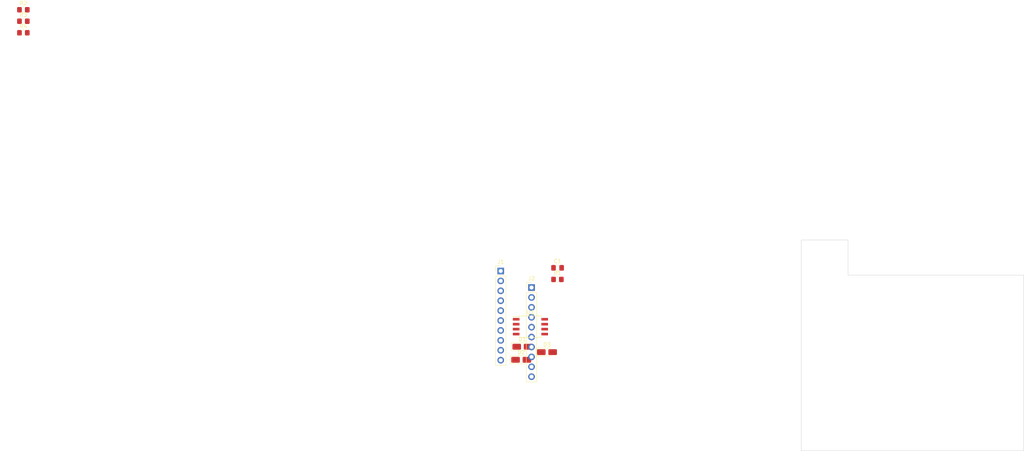
<source format=kicad_pcb>
(kicad_pcb (version 20240108) (generator "pcbnew") (generator_version "8.0")
  (layers (0 "F.Cu" signal) (31 "B.Cu" signal) (34 "B.Paste" user) (35 "F.Paste" user) (36 "B.SilkS" user "B.Silkscreen") (37 "F.SilkS" user "F.Silkscreen") (38 "B.Mask" user) (39 "F.Mask" user) (44 "Edge.Cuts" user))
  (net 0 "")
  (net 1 "GND")
  (net 2 "Net-(D1-A)")
  (net 3 "+5V")
  (net 14 "Net-(D2-K)")
  (net 15 "Net-(D3-K)")
  (net 16 "Net-(J2-Pin_8)")
  (net 18 "Net-(D4-A)")
  (net 19 "Net-(J2-Pin_9)")
  (net 20 "Net-(J2-Pin_4)")
  (net 21 "Net-(J2-Pin_7)")
  (net 23 "Net-(J2-Pin_6)")
  (net 24 "Net-(D4-K)")
  (net 25 "Net-(D5-K)")
  (footprint "Package_SO:SOIC-8W_5.3x5.3mm_P1.27mm" (layer "F.Cu") (at 131.685 82.2)
    (property "Reference" "U1" (at 0 -3.68 0) (layer "F.SilkS"))
    (property "Value" "ATtiny85-20S")
    (fp_line (start -2.75 -2.755) (end -2.75 -2.55) (stroke (width 0.15)) (layer "F.SilkS"))
    (fp_line (start -2.75 -2.755) (end 2.75 -2.755) (stroke (width 0.15)) (layer "F.SilkS"))
    (fp_line (start -2.75 -2.55) (end -4.5 -2.55) (stroke (width 0.15)) (layer "F.SilkS"))
    (fp_line (start -2.75 2.755) (end -2.75 2.455) (stroke (width 0.15)) (layer "F.SilkS"))
    (fp_line (start -2.75 2.755) (end 2.75 2.755) (stroke (width 0.15)) (layer "F.SilkS"))
    (fp_line (start 2.75 -2.755) (end 2.75 -2.455) (stroke (width 0.15)) (layer "F.SilkS"))
    (fp_line (start 2.75 2.755) (end 2.75 2.455) (stroke (width 0.15)) (layer "F.SilkS"))
    (pad "1" smd rect (at -3.65 -1.905) (size 1.7 0.65) (layers "F.Cu" "F.Paste" "F.Mask") (net 19 "Net-(J2-Pin_9)"))
    (pad "2" smd rect (at -3.65 -0.635) (size 1.7 0.65) (layers "F.Cu" "F.Paste" "F.Mask") (net 21 "Net-(J2-Pin_7)"))
    (pad "3" smd rect (at -3.65 0.635) (size 1.7 0.65) (layers "F.Cu" "F.Paste" "F.Mask") (net 16 "Net-(J2-Pin_8)"))
    (pad "4" smd rect (at -3.65 1.905) (size 1.7 0.65) (layers "F.Cu" "F.Paste" "F.Mask") (net 1 "GND"))
    (pad "5" smd rect (at 3.65 1.905) (size 1.7 0.65) (layers "F.Cu" "F.Paste" "F.Mask") (net 20 "Net-(J2-Pin_4)"))
    (pad "6" smd rect (at 3.65 0.635) (size 1.7 0.65) (layers "F.Cu" "F.Paste" "F.Mask") (net 18 "Net-(D4-A)"))
    (pad "7" smd rect (at 3.65 -0.635) (size 1.7 0.65) (layers "F.Cu" "F.Paste" "F.Mask") (net 23 "Net-(J2-Pin_6)"))
    (pad "8" smd rect (at 3.65 -1.905) (size 1.7 0.65) (layers "F.Cu" "F.Paste" "F.Mask") (net 3 "+5V"))
  )
  (footprint "Diode_SMD:D_MicroMELF_Handsoldering" (layer "F.Cu") (at 135.925 88.725)
    (property "Reference" "D3" (at 0 -1.9 0) (layer "F.SilkS"))
    (property "Value" "3.6V 1/2mW")
    (fp_line (start -2.81 -1.01) (end -2.81 1.01) (stroke (width 0.12)) (layer "F.SilkS"))
    (fp_line (start -2.81 1.01) (end 1.1 1.01) (stroke (width 0.12)) (layer "F.SilkS"))
    (fp_line (start 1.1 -1.01) (end -2.81 -1.01) (stroke (width 0.12)) (layer "F.SilkS"))
    (pad "1" smd roundrect (at -1.45 0) (size 2.2 1.5) (layers "F.Cu" "F.Paste" "F.Mask") (roundrect_rratio 0.1666666667) (net 15 "Net-(D3-K)"))
    (pad "2" smd roundrect (at 1.45 0) (size 2.2 1.5) (layers "F.Cu" "F.Paste" "F.Mask") (roundrect_rratio 0.1666666667) (net 1 "GND"))
  )
  (footprint "Connector_PinHeader_2.54mm:PinHeader_1x10_P2.54mm_Vertical" (layer "F.Cu") (at 131.9735 72.1685)
    (property "Reference" "J2" (at 0 -2.33 0) (layer "F.SilkS"))
    (property "Value" "Conn_01x10_Socket")
    (fp_line (start -1.33 -1.33) (end 0 -1.33) (stroke (width 0.12)) (layer "F.SilkS"))
    (fp_line (start -1.33 0) (end -1.33 -1.33) (stroke (width 0.12)) (layer "F.SilkS"))
    (fp_line (start -1.33 1.27) (end -1.33 24.19) (stroke (width 0.12)) (layer "F.SilkS"))
    (fp_line (start -1.33 1.27) (end 1.33 1.27) (stroke (width 0.12)) (layer "F.SilkS"))
    (fp_line (start -1.33 24.19) (end 1.33 24.19) (stroke (width 0.12)) (layer "F.SilkS"))
    (fp_line (start 1.33 1.27) (end 1.33 24.19) (stroke (width 0.12)) (layer "F.SilkS"))
    (pad "1" thru_hole rect (at 0 0) (size 1.7 1.7) (drill 1) (layers "*.Cu" "*.Mask") (net 3 "+5V"))
    (pad "2" thru_hole oval (at 0 2.54) (size 1.7 1.7) (drill 1) (layers "*.Cu" "*.Mask") (net 1 "GND"))
    (pad "3" thru_hole oval (at 0 5.08) (size 1.7 1.7) (drill 1) (layers "*.Cu" "*.Mask"))
    (pad "4" thru_hole oval (at 0 7.62) (size 1.7 1.7) (drill 1) (layers "*.Cu" "*.Mask") (net 20 "Net-(J2-Pin_4)"))
    (pad "5" thru_hole oval (at 0 10.16) (size 1.7 1.7) (drill 1) (layers "*.Cu" "*.Mask") (net 18 "Net-(D4-A)"))
    (pad "6" thru_hole oval (at 0 12.7) (size 1.7 1.7) (drill 1) (layers "*.Cu" "*.Mask") (net 23 "Net-(J2-Pin_6)"))
    (pad "7" thru_hole oval (at 0 15.24) (size 1.7 1.7) (drill 1) (layers "*.Cu" "*.Mask") (net 21 "Net-(J2-Pin_7)"))
    (pad "8" thru_hole oval (at 0 17.78) (size 1.7 1.7) (drill 1) (layers "*.Cu" "*.Mask") (net 16 "Net-(J2-Pin_8)"))
    (pad "9" thru_hole oval (at 0 20.32) (size 1.7 1.7) (drill 1) (layers "*.Cu" "*.Mask") (net 19 "Net-(J2-Pin_9)"))
    (pad "10" thru_hole oval (at 0 22.86) (size 1.7 1.7) (drill 1) (layers "*.Cu" "*.Mask"))
  )
  (footprint "Resistor_SMD:R_0805_2012Metric_Pad1.20x1.40mm_HandSolder" (layer "F.Cu") (at 1.875 3.925)
    (property "Reference" "R3" (at 0 -1.65 0) (layer "F.SilkS"))
    (property "Value" "330Ω 5% 1/8W")
    (fp_line (start -0.227064 -0.735) (end 0.227064 -0.735) (stroke (width 0.12)) (layer "F.SilkS"))
    (fp_line (start -0.227064 0.735) (end 0.227064 0.735) (stroke (width 0.12)) (layer "F.SilkS"))
    (pad "1" smd roundrect (at -1 0) (size 1.2 1.4) (layers "F.Cu" "F.Paste" "F.Mask") (roundrect_rratio 0.208333) (net 24 "Net-(D4-K)"))
    (pad "2" smd roundrect (at 1 0) (size 1.2 1.4) (layers "F.Cu" "F.Paste" "F.Mask") (roundrect_rratio 0.208333) (net 1 "GND"))
  )
  (footprint "Capacitor_SMD:C_0805_2012Metric_Pad1.18x1.45mm_HandSolder" (layer "F.Cu") (at 138.635 67.11)
    (property "Reference" "C1" (at 0 -1.68 0) (layer "F.SilkS"))
    (property "Value" "0.1u")
    (fp_line (start -0.261252 -0.735) (end 0.261252 -0.735) (stroke (width 0.12)) (layer "F.SilkS"))
    (fp_line (start -0.261252 0.735) (end 0.261252 0.735) (stroke (width 0.12)) (layer "F.SilkS"))
    (pad "1" smd roundrect (at -1.0375 0) (size 1.175 1.45) (layers "F.Cu" "F.Paste" "F.Mask") (roundrect_rratio 0.212766) (net 3 "+5V"))
    (pad "2" smd roundrect (at 1.0375 0) (size 1.175 1.45) (layers "F.Cu" "F.Paste" "F.Mask") (roundrect_rratio 0.212766) (net 1 "GND"))
  )
  (footprint "Connector_PinHeader_2.54mm:PinHeader_1x10_P2.54mm_Vertical" (layer "F.Cu") (at 124.085 67.93)
    (property "Reference" "J1" (at 0 -2.33 0) (layer "F.SilkS"))
    (property "Value" "Conn_01x10_Socket")
    (fp_line (start -1.33 -1.33) (end 0 -1.33) (stroke (width 0.12)) (layer "F.SilkS"))
    (fp_line (start -1.33 0) (end -1.33 -1.33) (stroke (width 0.12)) (layer "F.SilkS"))
    (fp_line (start -1.33 1.27) (end -1.33 24.19) (stroke (width 0.12)) (layer "F.SilkS"))
    (fp_line (start -1.33 1.27) (end 1.33 1.27) (stroke (width 0.12)) (layer "F.SilkS"))
    (fp_line (start -1.33 24.19) (end 1.33 24.19) (stroke (width 0.12)) (layer "F.SilkS"))
    (fp_line (start 1.33 1.27) (end 1.33 24.19) (stroke (width 0.12)) (layer "F.SilkS"))
    (pad "1" thru_hole rect (at 0 0) (size 1.7 1.7) (drill 1) (layers "*.Cu" "*.Mask"))
    (pad "2" thru_hole oval (at 0 2.54) (size 1.7 1.7) (drill 1) (layers "*.Cu" "*.Mask"))
    (pad "3" thru_hole oval (at 0 5.08) (size 1.7 1.7) (drill 1) (layers "*.Cu" "*.Mask"))
    (pad "4" thru_hole oval (at 0 7.62) (size 1.7 1.7) (drill 1) (layers "*.Cu" "*.Mask"))
    (pad "5" thru_hole oval (at 0 10.16) (size 1.7 1.7) (drill 1) (layers "*.Cu" "*.Mask"))
    (pad "6" thru_hole oval (at 0 12.7) (size 1.7 1.7) (drill 1) (layers "*.Cu" "*.Mask"))
    (pad "7" thru_hole oval (at 0 15.24) (size 1.7 1.7) (drill 1) (layers "*.Cu" "*.Mask"))
    (pad "8" thru_hole oval (at 0 17.78) (size 1.7 1.7) (drill 1) (layers "*.Cu" "*.Mask"))
    (pad "9" thru_hole oval (at 0 20.32) (size 1.7 1.7) (drill 1) (layers "*.Cu" "*.Mask"))
    (pad "10" thru_hole oval (at 0 22.86) (size 1.7 1.7) (drill 1) (layers "*.Cu" "*.Mask"))
  )
  (footprint "Diode_SMD:D_MicroMELF_Handsoldering" (layer "F.Cu") (at 129.63 87.345)
    (property "Reference" "D1" (at 0 -1.9 0) (layer "F.SilkS"))
    (property "Value" "PMLL4148L")
    (fp_line (start -2.81 -1.01) (end -2.81 1.01) (stroke (width 0.12)) (layer "F.SilkS"))
    (fp_line (start -2.81 1.01) (end 1.1 1.01) (stroke (width 0.12)) (layer "F.SilkS"))
    (fp_line (start 1.1 -1.01) (end -2.81 -1.01) (stroke (width 0.12)) (layer "F.SilkS"))
    (pad "1" smd roundrect (at -1.45 0) (size 2.2 1.5) (layers "F.Cu" "F.Paste" "F.Mask") (roundrect_rratio 0.1666666667) (net 3 "+5V"))
    (pad "2" smd roundrect (at 1.45 0) (size 2.2 1.5) (layers "F.Cu" "F.Paste" "F.Mask") (roundrect_rratio 0.1666666667) (net 2 "Net-(D1-A)"))
  )
  (footprint "Diode_SMD:D_MicroMELF_Handsoldering" (layer "F.Cu") (at 129.33 90.69)
    (property "Reference" "D2" (at 0 -1.9 0) (layer "F.SilkS"))
    (property "Value" "3.6V 1/2mW")
    (fp_line (start -2.81 -1.01) (end -2.81 1.01) (stroke (width 0.12)) (layer "F.SilkS"))
    (fp_line (start -2.81 1.01) (end 1.1 1.01) (stroke (width 0.12)) (layer "F.SilkS"))
    (fp_line (start 1.1 -1.01) (end -2.81 -1.01) (stroke (width 0.12)) (layer "F.SilkS"))
    (pad "1" smd roundrect (at -1.45 0) (size 2.2 1.5) (layers "F.Cu" "F.Paste" "F.Mask") (roundrect_rratio 0.1666666667) (net 14 "Net-(D2-K)"))
    (pad "2" smd roundrect (at 1.45 0) (size 2.2 1.5) (layers "F.Cu" "F.Paste" "F.Mask") (roundrect_rratio 0.1666666667) (net 1 "GND"))
  )
  (footprint "Resistor_SMD:R_0805_2012Metric_Pad1.20x1.40mm_HandSolder" (layer "F.Cu") (at 138.605 70.09)
    (property "Reference" "R1" (at 0 -1.65 0) (layer "F.SilkS"))
    (property "Value" "1.5KΩ 5% 1/8W")
    (fp_line (start -0.227064 -0.735) (end 0.227064 -0.735) (stroke (width 0.12)) (layer "F.SilkS"))
    (fp_line (start -0.227064 0.735) (end 0.227064 0.735) (stroke (width 0.12)) (layer "F.SilkS"))
    (pad "1" smd roundrect (at -1 0) (size 1.2 1.4) (layers "F.Cu" "F.Paste" "F.Mask") (roundrect_rratio 0.208333) (net 3 "+5V"))
    (pad "2" smd roundrect (at 1 0) (size 1.2 1.4) (layers "F.Cu" "F.Paste" "F.Mask") (roundrect_rratio 0.208333) (net 14 "Net-(D2-K)"))
  )
  (footprint "Resistor_SMD:R_0805_2012Metric_Pad1.20x1.40mm_HandSolder" (layer "F.Cu") (at 1.875 0.975)
    (property "Reference" "R2" (at 0 -1.65 0) (layer "F.SilkS"))
    (property "Value" "68Ω 5% 1/8W")
    (fp_line (start -0.227064 -0.735) (end 0.227064 -0.735) (stroke (width 0.12)) (layer "F.SilkS"))
    (fp_line (start -0.227064 0.735) (end 0.227064 0.735) (stroke (width 0.12)) (layer "F.SilkS"))
    (pad "1" smd roundrect (at -1 0) (size 1.2 1.4) (layers "F.Cu" "F.Paste" "F.Mask") (roundrect_rratio 0.208333) (net 21 "Net-(J2-Pin_7)"))
    (pad "2" smd roundrect (at 1 0) (size 1.2 1.4) (layers "F.Cu" "F.Paste" "F.Mask") (roundrect_rratio 0.208333) (net 14 "Net-(D2-K)"))
  )
  (footprint "Resistor_SMD:R_0805_2012Metric_Pad1.20x1.40mm_HandSolder" (layer "F.Cu") (at 1.875 6.875)
    (property "Reference" "R4" (at 0 -1.65 0) (layer "F.SilkS"))
    (property "Value" "330Ω 5% 1/8W")
    (fp_line (start -0.227064 -0.735) (end 0.227064 -0.735) (stroke (width 0.12)) (layer "F.SilkS"))
    (fp_line (start -0.227064 0.735) (end 0.227064 0.735) (stroke (width 0.12)) (layer "F.SilkS"))
    (pad "1" smd roundrect (at -1 0) (size 1.2 1.4) (layers "F.Cu" "F.Paste" "F.Mask") (roundrect_rratio 0.208333) (net 25 "Net-(D5-K)"))
    (pad "2" smd roundrect (at 1 0) (size 1.2 1.4) (layers "F.Cu" "F.Paste" "F.Mask") (roundrect_rratio 0.208333) (net 1 "GND"))
  )
  (gr_poly (pts (xy 213 69) (xy 213 60) (xy 201 60) (xy 201 114) (xy 258 114) (xy 258 69)) (stroke (width 0.1)) (fill none) (layer "Edge.Cuts"))
)
</source>
